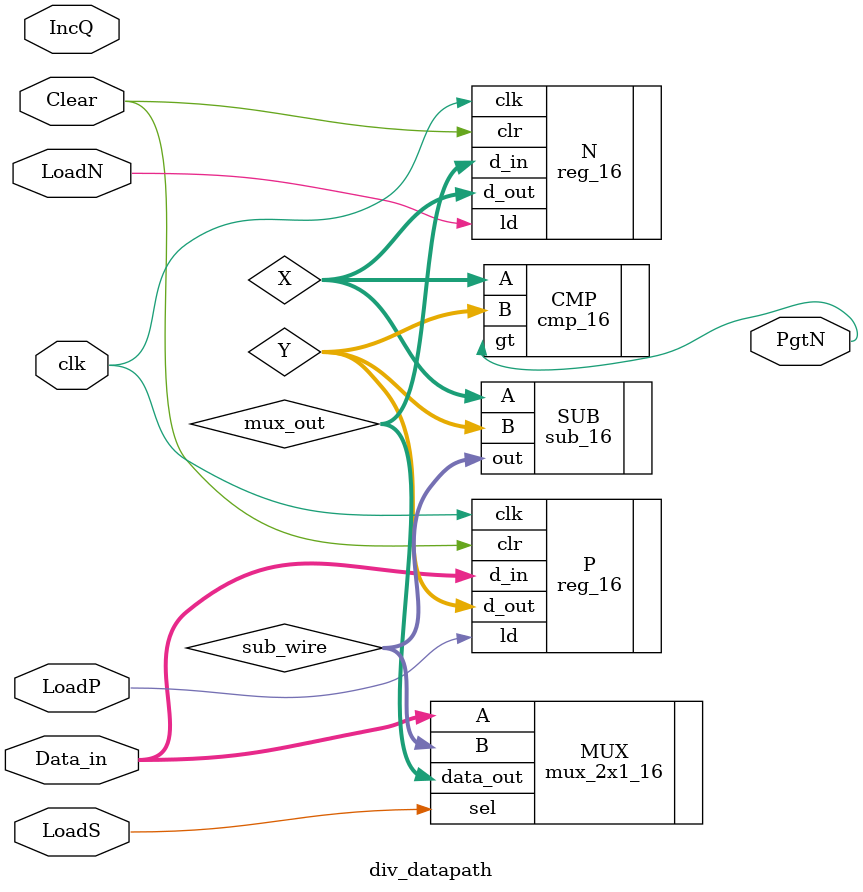
<source format=v>
module div_datapath (
  output PgtN, 
  input LoadN, 
  input LoadS, 
  input LoadP, 
  input Clear, 
  input IncQ, 
  input [15:0] Data_in, 
  input clk
);
  
  reg [7:0] Q = 0;
  always @ (posedge clk) begin
    if (IncQ) Q <= Q + 1;
    if (Clear) Q <= 0;
  end
  
  wire [15:0] X, Y;
  wire [15:0] mux_out, sub_wire;
  
  reg_16 N (.d_out(X), .d_in(mux_out), .ld(LoadN), .clr(Clear), .clk(clk));
  reg_16 P (.d_out(Y), .d_in(Data_in), .ld(LoadP), .clr(Clear), .clk(clk));
  
  mux_2x1_16 MUX (.A(Data_in), .B(sub_wire), .sel(LoadS), .data_out(mux_out));
  
  sub_16 SUB (.A(X), .B(Y), .out(sub_wire));
  
  cmp_16 CMP (.A(X), .B(Y), .gt(PgtN));
  
endmodule
</source>
